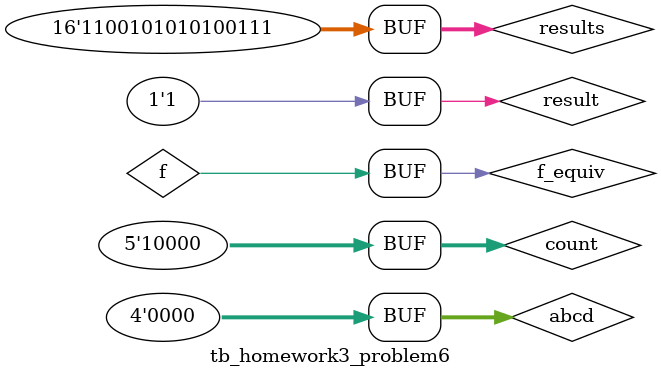
<source format=v>
`timescale 1ns/100ps

module tb_homework3_problem6();
    reg [4:0] count;
    wire [3:0] abcd;
    //                       5432109876543210
    reg [15:0] results = 16'b1100101010100111;
    reg result;
    wire f, f_equiv;

    assign abcd = count[3:0]; 
    homework3_problem6 DUT0(abcd[0], abcd[1], abcd[2], abcd[3], f);
    assign f_equiv = f ~^ result;

    initial begin
        result = 0;
        for(count = 0; count < 16; count = count + 1) begin
            result = results[abcd];
            #20;
        end
    end

endmodule


</source>
